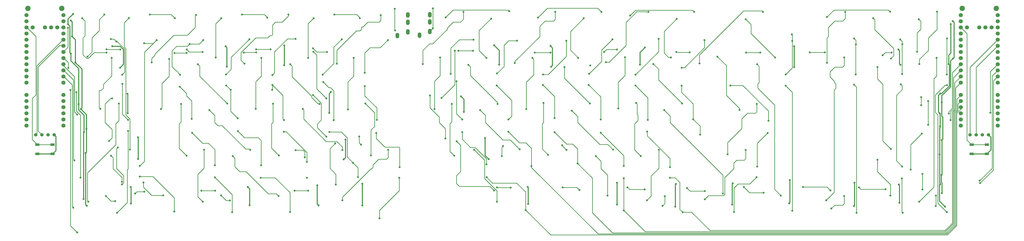
<source format=gbr>
G04 #@! TF.GenerationSoftware,KiCad,Pcbnew,(5.1.9)-1*
G04 #@! TF.CreationDate,2021-03-06T15:09:35-08:00*
G04 #@! TF.ProjectId,bakekujira,62616b65-6b75-46a6-9972-612e6b696361,0.2b*
G04 #@! TF.SameCoordinates,Original*
G04 #@! TF.FileFunction,Copper,L1,Top*
G04 #@! TF.FilePolarity,Positive*
%FSLAX46Y46*%
G04 Gerber Fmt 4.6, Leading zero omitted, Abs format (unit mm)*
G04 Created by KiCad (PCBNEW (5.1.9)-1) date 2021-03-06 15:09:35*
%MOMM*%
%LPD*%
G01*
G04 APERTURE LIST*
G04 #@! TA.AperFunction,ComponentPad*
%ADD10C,1.700000*%
G04 #@! TD*
G04 #@! TA.AperFunction,ComponentPad*
%ADD11C,2.200000*%
G04 #@! TD*
G04 #@! TA.AperFunction,ComponentPad*
%ADD12C,1.397000*%
G04 #@! TD*
G04 #@! TA.AperFunction,ComponentPad*
%ADD13O,1.500000X2.300000*%
G04 #@! TD*
G04 #@! TA.AperFunction,SMDPad,CuDef*
%ADD14R,1.700000X1.000000*%
G04 #@! TD*
G04 #@! TA.AperFunction,ViaPad*
%ADD15C,0.800000*%
G04 #@! TD*
G04 #@! TA.AperFunction,Conductor*
%ADD16C,0.381000*%
G04 #@! TD*
G04 #@! TA.AperFunction,Conductor*
%ADD17C,0.254000*%
G04 #@! TD*
G04 APERTURE END LIST*
D10*
X409179000Y-40513000D03*
X424394000Y-43053000D03*
D11*
X409789000Y-37688200D03*
X423784400Y-37688200D03*
D10*
X424394000Y-40513000D03*
X421854000Y-45593000D03*
X424394000Y-45593000D03*
X424394000Y-48133000D03*
X424394000Y-50673000D03*
X424394000Y-53213000D03*
X419314000Y-45593000D03*
X416774000Y-45593000D03*
X424394000Y-55753000D03*
X424394000Y-58293000D03*
X424394000Y-60833000D03*
X424394000Y-63373000D03*
X424394000Y-65913000D03*
X424394000Y-68453000D03*
X424394000Y-76073000D03*
X424394000Y-81153000D03*
X424394000Y-83693000D03*
X424394000Y-78613000D03*
X424394000Y-86233000D03*
X424394000Y-73533000D03*
X409179000Y-43053000D03*
X409179000Y-45593000D03*
X409179000Y-50673000D03*
X411719000Y-45593000D03*
X409179000Y-48133000D03*
X409179000Y-53213000D03*
X409179000Y-55753000D03*
X409179000Y-58293000D03*
X409179000Y-63373000D03*
X409179000Y-65913000D03*
X409179000Y-60833000D03*
X409179000Y-68453000D03*
X409179000Y-76073000D03*
X409179000Y-73533000D03*
X409179000Y-81153000D03*
X409179000Y-78613000D03*
X409179000Y-83693000D03*
X409179000Y-86233000D03*
X23759000Y-40513000D03*
X38974000Y-43053000D03*
D11*
X24369000Y-37688200D03*
X38364400Y-37688200D03*
D10*
X38974000Y-40513000D03*
X36434000Y-45593000D03*
X38974000Y-45593000D03*
X38974000Y-48133000D03*
X38974000Y-50673000D03*
X38974000Y-53213000D03*
X33894000Y-45593000D03*
X31354000Y-45593000D03*
X38974000Y-55753000D03*
X38974000Y-58293000D03*
X38974000Y-60833000D03*
X38974000Y-63373000D03*
X38974000Y-65913000D03*
X38974000Y-68453000D03*
X38974000Y-76073000D03*
X38974000Y-81153000D03*
X38974000Y-83693000D03*
X38974000Y-78613000D03*
X38974000Y-86233000D03*
X38974000Y-73533000D03*
X23759000Y-43053000D03*
X23759000Y-45593000D03*
X23759000Y-50673000D03*
X26299000Y-45593000D03*
X23759000Y-48133000D03*
X23759000Y-53213000D03*
X23759000Y-55753000D03*
X23759000Y-58293000D03*
X23759000Y-63373000D03*
X23759000Y-65913000D03*
X23759000Y-60833000D03*
X23759000Y-68453000D03*
X23759000Y-76073000D03*
X23759000Y-73533000D03*
X23759000Y-81153000D03*
X23759000Y-78613000D03*
X23759000Y-83693000D03*
X23759000Y-86233000D03*
D12*
X35215000Y-90000000D03*
X32675000Y-90000000D03*
X30135000Y-90000000D03*
X27595000Y-90000000D03*
D13*
X181102000Y-40430000D03*
X181102000Y-43430000D03*
X181102000Y-47430000D03*
X176802000Y-48930000D03*
X190173500Y-40303000D03*
X190173500Y-43303000D03*
X190173500Y-47303000D03*
X185873500Y-48803000D03*
D14*
X34555000Y-97900000D03*
X28255000Y-97900000D03*
X34555000Y-94100000D03*
X28255000Y-94100000D03*
X419927500Y-97900000D03*
X413627500Y-97900000D03*
X419927500Y-94100000D03*
X413627500Y-94100000D03*
D12*
X420587500Y-90000000D03*
X418047500Y-90000000D03*
X415507500Y-90000000D03*
X412967500Y-90000000D03*
D15*
X47342490Y-116586000D03*
X40894004Y-44196010D03*
X47498000Y-88900000D03*
X42989079Y-39957069D03*
X42037000Y-56388000D03*
X45292839Y-77321888D03*
X40865500Y-45720000D03*
X208216500Y-50673000D03*
X198818500Y-64770000D03*
X203517500Y-83693000D03*
X203517500Y-88900000D03*
X229679500Y-121158000D03*
X213515510Y-102235000D03*
X213571569Y-107547940D03*
X201168000Y-67818000D03*
X41021000Y-62357000D03*
X44704000Y-81661000D03*
X421372990Y-80899000D03*
X43526010Y-100584000D03*
X417004500Y-109029500D03*
X43053000Y-120142000D03*
X175641000Y-37846000D03*
X175810475Y-46820525D03*
X267335000Y-54737000D03*
X262001000Y-55753000D03*
X95885000Y-113157000D03*
X101600000Y-113157000D03*
X392811000Y-74422000D03*
X392874500Y-77787500D03*
X147701000Y-55753000D03*
X141986000Y-54229000D03*
X124460000Y-54610000D03*
X118491010Y-54610000D03*
X147447000Y-74930000D03*
X142113000Y-55626000D03*
X134366000Y-113157000D03*
X139954000Y-113157000D03*
X196596000Y-91567000D03*
X190246000Y-73787000D03*
X201231500Y-92710000D03*
X216655933Y-113036067D03*
X61468000Y-95250000D03*
X63119000Y-110474003D03*
X225234500Y-60325000D03*
X241871500Y-39154021D03*
X65659000Y-83820000D03*
X58547000Y-50419000D03*
X63246000Y-65151000D03*
X65659000Y-88392000D03*
X61087000Y-122301000D03*
X60833000Y-51435000D03*
X63274361Y-68903959D03*
X77470000Y-50800000D03*
X70485000Y-102870000D03*
X84709000Y-121793000D03*
X72276000Y-52095489D03*
X70485000Y-107276979D03*
X96647000Y-50800000D03*
X86995000Y-70104000D03*
X91948000Y-83439000D03*
X92075000Y-89154000D03*
X101473000Y-102616000D03*
X108585000Y-122047000D03*
X87122000Y-65151000D03*
X91059000Y-52422490D03*
X101473000Y-107657979D03*
X106172000Y-69596000D03*
X110871000Y-83185000D03*
X110998000Y-88519000D03*
X120523000Y-102616000D03*
X132461000Y-121920000D03*
X106045000Y-65024000D03*
X115697000Y-50453990D03*
X120396000Y-107784979D03*
X108013500Y-71408990D03*
X125222000Y-69342000D03*
X130048000Y-83947000D03*
X129921000Y-88773000D03*
X125222000Y-65278000D03*
X134747000Y-50291992D03*
X139446000Y-101219000D03*
X125095000Y-71374000D03*
X139446000Y-107784979D03*
X153797000Y-50482500D03*
X145923000Y-65151000D03*
X148774430Y-88830421D03*
X150495000Y-83947000D03*
X146177000Y-68199000D03*
X158496000Y-101600000D03*
X160528000Y-107568996D03*
X44323000Y-72390000D03*
X46037500Y-107759500D03*
X172847000Y-50800000D03*
X163322000Y-64389000D03*
X163322000Y-69850000D03*
X168275000Y-83820000D03*
X168021000Y-89281000D03*
X177673000Y-103378000D03*
X177546000Y-107823000D03*
X169418000Y-124587000D03*
X44704000Y-130429000D03*
X41910000Y-71501000D03*
X217868500Y-64643000D03*
X226123500Y-51054000D03*
X217741500Y-69596000D03*
X222567500Y-83693000D03*
X222567500Y-88773000D03*
X232092500Y-102997000D03*
X246443500Y-51054000D03*
X241617500Y-83058000D03*
X241617500Y-88900000D03*
X251142500Y-101854000D03*
X236791500Y-69342006D03*
X236918500Y-65024000D03*
X260667500Y-83693000D03*
X260667500Y-89154000D03*
X270192500Y-102870000D03*
X270192500Y-107950000D03*
X270192500Y-121285000D03*
X265468100Y-50469800D03*
X255714500Y-69342000D03*
X255841500Y-64770000D03*
X294449500Y-122047000D03*
X289242500Y-107823000D03*
X284543500Y-50292000D03*
X275018500Y-65151000D03*
X275018500Y-69596000D03*
X279844500Y-88646000D03*
X280098500Y-83820000D03*
X289242500Y-103378000D03*
X294068500Y-69723000D03*
X298767500Y-83566000D03*
X294068500Y-62230000D03*
X303466500Y-50800000D03*
X301625000Y-89916000D03*
X404956946Y-83947000D03*
X339661500Y-121412000D03*
X336994500Y-69723000D03*
X336994500Y-65024000D03*
X339680499Y-51136499D03*
X339534500Y-48450500D03*
X315658500Y-121920000D03*
X324929500Y-107569000D03*
X325183500Y-103124000D03*
X314134500Y-69596000D03*
X329882500Y-84201000D03*
X329501500Y-89281000D03*
X404304500Y-81216500D03*
X191452500Y-37719000D03*
X191452500Y-45875000D03*
X207899000Y-55245000D03*
X201929996Y-55245000D03*
X297307000Y-55880000D03*
X291846000Y-55753000D03*
X223520000Y-111887000D03*
X217805000Y-111760000D03*
X251904500Y-112903000D03*
X244919500Y-111760000D03*
X278828500Y-112649000D03*
X271716500Y-111760000D03*
X187261500Y-60706000D03*
X204025500Y-39144510D03*
X262826500Y-59944000D03*
X280352500Y-39154021D03*
X301434500Y-60452000D03*
X327596500Y-39100032D03*
X376936000Y-57121500D03*
X380619000Y-56007000D03*
X391160000Y-55626000D03*
X391795000Y-42164000D03*
X93726000Y-40386000D03*
X75438000Y-60071000D03*
X131826000Y-40259000D03*
X113665000Y-60579000D03*
X142240000Y-41783000D03*
X139954000Y-58166000D03*
X320611500Y-56007000D03*
X326453500Y-56007000D03*
X194945000Y-74803000D03*
X200440999Y-55210007D03*
X417147056Y-110019299D03*
X196659500Y-41402000D03*
X222948500Y-38890510D03*
X54229000Y-79248000D03*
X58928000Y-58166000D03*
X325056500Y-77244500D03*
X312991500Y-98044000D03*
X163576000Y-77089000D03*
X165862000Y-98615502D03*
X149352000Y-72263000D03*
X148669501Y-80946499D03*
X154590490Y-100171510D03*
X69797501Y-100001499D03*
X69723000Y-91059000D03*
X48641000Y-119380000D03*
X162284490Y-119221510D03*
X162306000Y-110236000D03*
X115824004Y-119126000D03*
X42037000Y-42672000D03*
X46228000Y-79375000D03*
X62357000Y-62230000D03*
X59182000Y-53339988D03*
X106426000Y-61849000D03*
X105918000Y-53340000D03*
X66854490Y-118438510D03*
X66802000Y-111633000D03*
X115062000Y-111633000D03*
X144272000Y-119253000D03*
X143764000Y-110963000D03*
X65532000Y-81026000D03*
X65452522Y-73025000D03*
X48133004Y-97536000D03*
X130079490Y-52990490D03*
X130048000Y-61214000D03*
X42545000Y-49276000D03*
X43953778Y-60107827D03*
X155355990Y-91948000D03*
X48533003Y-87610997D03*
X354012500Y-60198000D03*
X361505500Y-39116000D03*
X258635500Y-98806000D03*
X263461500Y-115189000D03*
X151384000Y-110617000D03*
X151130000Y-93564010D03*
X169890249Y-40478685D03*
X151765000Y-60579000D03*
X218122500Y-77216000D03*
X206057500Y-61087000D03*
X245706900Y-62001400D03*
X256222500Y-77089000D03*
X79248000Y-79375000D03*
X82612782Y-58648521D03*
X199199500Y-77216000D03*
X200215500Y-98679000D03*
X284600933Y-96208567D03*
X279717500Y-117094000D03*
X380174500Y-115189000D03*
X374840500Y-100330000D03*
X365188500Y-50165000D03*
X365823500Y-65024000D03*
X365188500Y-69250000D03*
X366204500Y-122301000D03*
X365950500Y-52578000D03*
X384238500Y-50546000D03*
X385000500Y-64897000D03*
X384492500Y-69123000D03*
X385000500Y-103124000D03*
X384873500Y-108077000D03*
X385254500Y-122301000D03*
X385063086Y-52549490D03*
X403542500Y-50165000D03*
X403387000Y-65024000D03*
X403542500Y-69469000D03*
X403450490Y-122047000D03*
X141971019Y-73577357D03*
X161798000Y-94107000D03*
X161036000Y-90741500D03*
X147460269Y-90791731D03*
X327774468Y-113995032D03*
X319722500Y-111633000D03*
X234759500Y-41529000D03*
X260921500Y-39100032D03*
X272796000Y-40640000D03*
X299212000Y-39116000D03*
X332549500Y-58039000D03*
X320412029Y-42192510D03*
X194373500Y-58039000D03*
X192087500Y-79375000D03*
X232473500Y-58194500D03*
X229933500Y-79375000D03*
X270700500Y-57912000D03*
X267906500Y-79121000D03*
X66040000Y-41656000D03*
X66445261Y-96139000D03*
X104140000Y-41783000D03*
X101854000Y-58039000D03*
X134747000Y-96393000D03*
X138557000Y-99314000D03*
X287083500Y-115443000D03*
X286194500Y-119431000D03*
X80137000Y-115062000D03*
X58674000Y-98679000D03*
X72009000Y-109728000D03*
X63119000Y-109474000D03*
X56515000Y-115316000D03*
X60325000Y-117475000D03*
X97027282Y-96167500D03*
X96520000Y-117728996D03*
X107696000Y-117221000D03*
X103999032Y-115075968D03*
X55880000Y-40259000D03*
X48895000Y-57658000D03*
X127762000Y-115316000D03*
X108839000Y-98806000D03*
X172986532Y-96167500D03*
X154051000Y-117094000D03*
X405955500Y-58420000D03*
X401256500Y-106630823D03*
X401383494Y-114173000D03*
X401291490Y-92202000D03*
X401291499Y-76552499D03*
X405834989Y-42926000D03*
X404177500Y-60706000D03*
X230695500Y-118618000D03*
X383857500Y-118110000D03*
X383603500Y-110617000D03*
X365315500Y-109855000D03*
X365061500Y-119507000D03*
X338645500Y-108712000D03*
X338391500Y-118364000D03*
X315150500Y-110109000D03*
X291401500Y-119761000D03*
X267398508Y-118872000D03*
X214439500Y-100076000D03*
X384273500Y-61087000D03*
X340423500Y-61976000D03*
X340423497Y-53340003D03*
X256349500Y-61341000D03*
X218757500Y-60960000D03*
X314896500Y-118872000D03*
X291655500Y-110362996D03*
X267398500Y-109855000D03*
X400592990Y-86487000D03*
X400592990Y-110490000D03*
X230530676Y-111595176D03*
X400685000Y-72898000D03*
X216662006Y-52959000D03*
X278892000Y-53848000D03*
X276860000Y-60960000D03*
X240157000Y-61849000D03*
X239903000Y-53213000D03*
X400685000Y-72898000D03*
X400494500Y-81118010D03*
X400465998Y-98142498D03*
X402653500Y-119761000D03*
X405003000Y-44259500D03*
X383413000Y-54737000D03*
X203009500Y-74104500D03*
X204216000Y-80518000D03*
X212915500Y-91376500D03*
X89789000Y-56134000D03*
X84836000Y-56134000D03*
X62484000Y-54737000D03*
X56769000Y-54610000D03*
X118491000Y-55880000D03*
X113411000Y-56007000D03*
X96393000Y-55753000D03*
X89916000Y-54737000D03*
X355409500Y-113030000D03*
X344106500Y-111633000D03*
X378142500Y-112522000D03*
X367220500Y-111760000D03*
X393319000Y-112649000D03*
X393319000Y-106172000D03*
X388556500Y-104394002D03*
X393128500Y-89535000D03*
X346900500Y-55880000D03*
X353123500Y-55880000D03*
X56769000Y-56007000D03*
X46736000Y-41783000D03*
X303593500Y-113284000D03*
X296227500Y-112014000D03*
X395732000Y-76073000D03*
X395732000Y-85836030D03*
X59055000Y-74930000D03*
X57785000Y-92583000D03*
X68580000Y-114300000D03*
X72390000Y-113538000D03*
X213550500Y-58166000D03*
X215455500Y-41910000D03*
X251396500Y-58166000D03*
X253682500Y-41783000D03*
X292036500Y-42037000D03*
X289623500Y-58038998D03*
X354012506Y-41275000D03*
X380055327Y-39084032D03*
X373062500Y-41783000D03*
X380366624Y-58409327D03*
X392112500Y-60706000D03*
X399351500Y-39081010D03*
X74676000Y-40259000D03*
X84963000Y-41783000D03*
X112649000Y-40259000D03*
X123063000Y-41529000D03*
X161290000Y-41783000D03*
X150749000Y-40259000D03*
X282384500Y-60706000D03*
X294195500Y-77088999D03*
X308800500Y-57658000D03*
X317944500Y-79657521D03*
X325183500Y-60833000D03*
X334962500Y-115189000D03*
X361124500Y-58039000D03*
X353631500Y-117094000D03*
X380301500Y-95885000D03*
X374840500Y-61976000D03*
X399224500Y-58166000D03*
X391985500Y-117729000D03*
X106553000Y-77089000D03*
X94488000Y-60833000D03*
X120650000Y-58194500D03*
X118364000Y-79248000D03*
X132588000Y-60833000D03*
X144653000Y-77216000D03*
X158750000Y-58194500D03*
X156337000Y-79502000D03*
X210883500Y-79756000D03*
X227266500Y-96012000D03*
X237045500Y-76835000D03*
X238950500Y-98298000D03*
X248729500Y-80010000D03*
X265711309Y-96138999D03*
X275272500Y-76835000D03*
X277177500Y-98806000D03*
X286829500Y-79756000D03*
X311086500Y-114300000D03*
X49276000Y-117729000D03*
X61849000Y-77089000D03*
X87503000Y-77216000D03*
X89789000Y-98679000D03*
X99187000Y-79756000D03*
X116078000Y-96266000D03*
X125476000Y-77117500D03*
X127889000Y-98551994D03*
X137715692Y-79284986D03*
X154048795Y-96274322D03*
X208432225Y-96167500D03*
X217868500Y-117729000D03*
X219837000Y-98869500D03*
X246507000Y-96329500D03*
X244729000Y-94361000D03*
X220345000Y-94678500D03*
X320484500Y-96294500D03*
X303593500Y-116713000D03*
X361124500Y-115316000D03*
X355790500Y-120523000D03*
X398970500Y-115189000D03*
X398843500Y-119507000D03*
X239903000Y-56007000D03*
X233426000Y-56007000D03*
D16*
X47342490Y-116586000D02*
X47342490Y-89055510D01*
X47342490Y-89055510D02*
X47498000Y-88900000D01*
X40894004Y-44196010D02*
X40894004Y-42052144D01*
X40894004Y-42052144D02*
X42989079Y-39957069D01*
X41656000Y-44958006D02*
X41656000Y-56007000D01*
X40894004Y-44196010D02*
X41656000Y-44958006D01*
X41656000Y-56007000D02*
X42037000Y-56388000D01*
X42037000Y-59366683D02*
X45292839Y-62622522D01*
X42037000Y-56388000D02*
X42037000Y-59366683D01*
X45292839Y-79709839D02*
X45292839Y-77321888D01*
X47498000Y-81915000D02*
X45292839Y-79709839D01*
X47498000Y-88900000D02*
X47498000Y-81915000D01*
X45292839Y-62622522D02*
X45292839Y-77321888D01*
X35913499Y-96541501D02*
X34555000Y-97900000D01*
X34555000Y-97900000D02*
X28255000Y-97900000D01*
X35913499Y-90698499D02*
X35215000Y-90000000D01*
X35913499Y-96541501D02*
X35913499Y-90698499D01*
D17*
X40865500Y-53752500D02*
X40865500Y-45720000D01*
X39025000Y-55593000D02*
X40865500Y-53752500D01*
X229679500Y-121158000D02*
X229679500Y-113665000D01*
X229679500Y-113665000D02*
X225996500Y-109982000D01*
X225996500Y-109982000D02*
X216005629Y-109982000D01*
X216005629Y-109982000D02*
X213571569Y-107547940D01*
X213515510Y-99914010D02*
X213515510Y-102235000D01*
X208851500Y-95250000D02*
X213515510Y-99914010D01*
X206946500Y-95250000D02*
X208851500Y-95250000D01*
X203517500Y-91821000D02*
X206946500Y-95250000D01*
X203517500Y-88900000D02*
X203517500Y-91821000D01*
X203517500Y-83693000D02*
X201168000Y-81343500D01*
X201168000Y-81343500D02*
X201168000Y-67818000D01*
X198818500Y-54165500D02*
X198818500Y-64770000D01*
X202311000Y-50673000D02*
X198818500Y-54165500D01*
X208216500Y-50673000D02*
X202311000Y-50673000D01*
X239985521Y-131464021D02*
X229679500Y-121158000D01*
X403544682Y-131464022D02*
X239985521Y-131464021D01*
X407500000Y-127508704D02*
X403544682Y-131464022D01*
X407500000Y-81090038D02*
X407500000Y-127508704D01*
X409179000Y-79411038D02*
X407500000Y-81090038D01*
X409179000Y-78613000D02*
X409179000Y-79411038D01*
X39025000Y-58133000D02*
X41021000Y-60129000D01*
X41021000Y-60129000D02*
X41021000Y-62357000D01*
X43595995Y-80552995D02*
X44704000Y-81661000D01*
X39025000Y-60673000D02*
X39025000Y-61436962D01*
X39025000Y-61436962D02*
X43595995Y-66007957D01*
X43595995Y-66007957D02*
X43595995Y-80552995D01*
X424394000Y-60833000D02*
X421372990Y-63854010D01*
X421372990Y-63854010D02*
X421372990Y-80899000D01*
X43126011Y-100184001D02*
X43526010Y-100584000D01*
X43126011Y-67314011D02*
X43126011Y-100184001D01*
X39025000Y-63213000D02*
X43126011Y-67314011D01*
X422100000Y-103934000D02*
X417004500Y-109029500D01*
X422100000Y-65667000D02*
X422100000Y-103934000D01*
X424394000Y-63373000D02*
X422100000Y-65667000D01*
X39025000Y-65753000D02*
X39025000Y-66479451D01*
X42653001Y-69381001D02*
X39025000Y-65753000D01*
X43053000Y-120142000D02*
X42653001Y-119742001D01*
X42653001Y-119742001D02*
X42653001Y-69381001D01*
X175641000Y-46651050D02*
X175810475Y-46820525D01*
X175641000Y-37846000D02*
X175641000Y-46651050D01*
X263017000Y-54737000D02*
X262001000Y-55753000D01*
X267335000Y-54737000D02*
X263017000Y-54737000D01*
X95885000Y-113157000D02*
X101600000Y-113157000D01*
X392811000Y-74422000D02*
X392811000Y-77724000D01*
X392811000Y-77724000D02*
X392874500Y-77787500D01*
X143510000Y-55753000D02*
X141986000Y-54229000D01*
X147701000Y-55753000D02*
X143510000Y-55753000D01*
X124460000Y-54610000D02*
X118491010Y-54610000D01*
X143517001Y-57030001D02*
X142113000Y-55626000D01*
X147447000Y-74930000D02*
X143517001Y-71000001D01*
X143517001Y-71000001D02*
X143517001Y-57030001D01*
X134366000Y-113157000D02*
X139954000Y-113157000D01*
X194060249Y-82679039D02*
X190246000Y-78864790D01*
X194060249Y-84960961D02*
X194060249Y-82679039D01*
X190246000Y-78864790D02*
X190246000Y-73787000D01*
X196596000Y-87496712D02*
X194060249Y-84960961D01*
X196596000Y-91567000D02*
X196596000Y-87496712D01*
X214963965Y-111344099D02*
X216655933Y-113036067D01*
X202345901Y-111344099D02*
X214963965Y-111344099D01*
X202342750Y-111347250D02*
X202345901Y-111344099D01*
X201168000Y-110172500D02*
X202342750Y-111347250D01*
X201168000Y-106934000D02*
X201168000Y-110172500D01*
X202882500Y-105219500D02*
X201168000Y-106934000D01*
X202882500Y-94361000D02*
X202882500Y-105219500D01*
X201231500Y-92710000D02*
X202882500Y-94361000D01*
X63846001Y-109822961D02*
X63194959Y-110474003D01*
X63846001Y-106892713D02*
X63846001Y-109822961D01*
X60964249Y-104010961D02*
X63846001Y-106892713D01*
X63194959Y-110474003D02*
X63119000Y-110474003D01*
X60964249Y-95753751D02*
X60964249Y-104010961D01*
X61468000Y-95250000D02*
X60964249Y-95753751D01*
X235496751Y-45138249D02*
X237676990Y-42958010D01*
X225234500Y-60325000D02*
X225234500Y-59621288D01*
X237676990Y-42958010D02*
X241164804Y-42958010D01*
X225234500Y-59621288D02*
X235496751Y-49359037D01*
X241164804Y-42958010D02*
X241871500Y-42251314D01*
X235496751Y-49359037D02*
X235496751Y-45138249D01*
X241871500Y-42251314D02*
X241871500Y-39154021D01*
X26162000Y-88074500D02*
X26225500Y-88138000D01*
X27651002Y-73504498D02*
X26162000Y-74993500D01*
X27651002Y-49299002D02*
X27651002Y-73504498D01*
X26162000Y-74993500D02*
X26162000Y-88074500D01*
X23785000Y-45433000D02*
X27651002Y-49299002D01*
X26162000Y-92007000D02*
X28255000Y-94100000D01*
X26162000Y-88074500D02*
X26162000Y-92007000D01*
X28255000Y-94100000D02*
X34555000Y-94100000D01*
X419927500Y-94100000D02*
X413627500Y-94100000D01*
X419481000Y-93653500D02*
X419927500Y-94100000D01*
X411734000Y-92206500D02*
X413627500Y-94100000D01*
X411734000Y-48148000D02*
X411734000Y-92206500D01*
X409179000Y-45593000D02*
X411734000Y-48148000D01*
X59817000Y-50419000D02*
X60833000Y-51435000D01*
X58547000Y-50419000D02*
X59817000Y-50419000D01*
X61183871Y-51435000D02*
X60833000Y-51435000D01*
X64271511Y-54522640D02*
X61183871Y-51435000D01*
X63246000Y-65151000D02*
X64271511Y-64125489D01*
X64271511Y-64125489D02*
X64271511Y-54522640D01*
X63274361Y-81435361D02*
X63274361Y-68903959D01*
X65659000Y-83820000D02*
X63274361Y-81435361D01*
X65659000Y-88392000D02*
X65718251Y-88451251D01*
X65370002Y-118017998D02*
X61087000Y-122301000D01*
X65324249Y-108952285D02*
X65370002Y-108998038D01*
X65718251Y-88451251D02*
X65718251Y-104139037D01*
X65370002Y-108998038D02*
X65370002Y-118017998D01*
X65324249Y-104533039D02*
X65324249Y-108952285D01*
X65718251Y-104139037D02*
X65324249Y-104533039D01*
X70485000Y-102870000D02*
X72424999Y-100930001D01*
X72424999Y-100930001D02*
X72424999Y-55845001D01*
X72377511Y-52197000D02*
X72276000Y-52095489D01*
X76073000Y-52197000D02*
X72377511Y-52197000D01*
X72424999Y-55845001D02*
X76073000Y-52197000D01*
X76073000Y-52197000D02*
X77470000Y-50800000D01*
X84709000Y-116078000D02*
X75907979Y-107276979D01*
X75907979Y-107276979D02*
X70485000Y-107276979D01*
X84709000Y-121793000D02*
X84709000Y-116078000D01*
X92075000Y-89154000D02*
X96393000Y-93472000D01*
X96393000Y-93472000D02*
X98806000Y-93472000D01*
X101473000Y-96139000D02*
X101473000Y-102616000D01*
X98806000Y-93472000D02*
X101473000Y-96139000D01*
X89823999Y-73945461D02*
X91948000Y-76069462D01*
X89823999Y-72932999D02*
X89823999Y-73945461D01*
X91948000Y-76069462D02*
X91948000Y-83439000D01*
X86995000Y-70104000D02*
X88392000Y-71501000D01*
X88392000Y-71501000D02*
X89823999Y-72932999D01*
X95024510Y-52422490D02*
X91059000Y-52422490D01*
X96647000Y-50800000D02*
X95024510Y-52422490D01*
X108585000Y-122047000D02*
X108585000Y-114769979D01*
X108585000Y-114769979D02*
X101473000Y-107657979D01*
X85725000Y-53340000D02*
X90141490Y-53340000D01*
X83820000Y-55245000D02*
X85725000Y-53340000D01*
X83820000Y-61849000D02*
X83820000Y-55245000D01*
X85463999Y-63492999D02*
X83820000Y-61849000D01*
X85702961Y-63492999D02*
X85463999Y-63492999D01*
X90141490Y-53340000D02*
X91059000Y-52422490D01*
X86367001Y-64157039D02*
X85702961Y-63492999D01*
X86367001Y-64396001D02*
X86367001Y-64157039D01*
X87122000Y-65151000D02*
X86367001Y-64396001D01*
X110998000Y-88519000D02*
X113665000Y-91186000D01*
X113665000Y-91186000D02*
X119380000Y-91186000D01*
X120523000Y-92329000D02*
X120523000Y-102616000D01*
X119380000Y-91186000D02*
X120523000Y-92329000D01*
X132461000Y-121920000D02*
X132461000Y-113919000D01*
X132461000Y-113919000D02*
X126326979Y-107784979D01*
X126326979Y-107784979D02*
X120396000Y-107784979D01*
X108204000Y-57946990D02*
X115697000Y-50453990D01*
X108204000Y-62865000D02*
X108204000Y-57946990D01*
X106045000Y-65024000D02*
X108204000Y-62865000D01*
X106172000Y-69596000D02*
X107984990Y-71408990D01*
X110871000Y-83185000D02*
X108013500Y-80327500D01*
X107984990Y-71408990D02*
X108013500Y-71408990D01*
X108013500Y-80327500D02*
X108013500Y-71408990D01*
X129540000Y-83439000D02*
X130048000Y-83947000D01*
X129540000Y-73660000D02*
X129540000Y-83439000D01*
X125222000Y-69342000D02*
X129540000Y-73660000D01*
X129921000Y-88773000D02*
X130944068Y-88773000D01*
X139446000Y-97274932D02*
X139446000Y-101219000D01*
X133353534Y-91182466D02*
X139446000Y-97274932D01*
X130944068Y-88773000D02*
X133353534Y-91182466D01*
X125222000Y-69342000D02*
X125222000Y-71247000D01*
X125222000Y-71247000D02*
X125095000Y-71374000D01*
X131445008Y-50291992D02*
X134747000Y-50291992D01*
X126047500Y-55689500D02*
X131445008Y-50291992D01*
X126047500Y-64452500D02*
X126047500Y-55689500D01*
X125222000Y-65278000D02*
X126047500Y-64452500D01*
X150558500Y-60515500D02*
X145923000Y-65151000D01*
X153797000Y-50482500D02*
X150558500Y-53721000D01*
X150558500Y-53721000D02*
X150558500Y-60515500D01*
X150495000Y-83947000D02*
X150495000Y-71824315D01*
X150495000Y-71824315D02*
X149155685Y-70485000D01*
X149155685Y-70485000D02*
X148209000Y-70485000D01*
X148209000Y-70231000D02*
X148209000Y-70485000D01*
X146177000Y-68199000D02*
X148209000Y-70231000D01*
X158496000Y-101600000D02*
X160528000Y-103632000D01*
X160528000Y-103632000D02*
X160528000Y-107568996D01*
X156083000Y-91253038D02*
X156083000Y-99187000D01*
X156083000Y-99187000D02*
X158496000Y-101600000D01*
X153660383Y-88830421D02*
X156083000Y-91253038D01*
X148774430Y-88830421D02*
X153660383Y-88830421D01*
X46037500Y-81918538D02*
X46037500Y-107759500D01*
X44323000Y-80204038D02*
X46037500Y-81918538D01*
X44323000Y-72390000D02*
X44323000Y-80204038D01*
X163322000Y-56134000D02*
X163322000Y-64389000D01*
X165481000Y-53975000D02*
X163322000Y-56134000D01*
X169672000Y-53975000D02*
X165481000Y-53975000D01*
X172847000Y-50800000D02*
X169672000Y-53975000D01*
X168275000Y-78867000D02*
X168275000Y-83820000D01*
X163322000Y-73914000D02*
X168275000Y-78867000D01*
X163322000Y-69850000D02*
X163322000Y-73914000D01*
X177419000Y-95123000D02*
X177673000Y-95377000D01*
X177673000Y-95377000D02*
X177673000Y-103378000D01*
X171577000Y-95123000D02*
X177419000Y-95123000D01*
X168021000Y-91567000D02*
X171577000Y-95123000D01*
X168021000Y-89281000D02*
X168021000Y-91567000D01*
X44704000Y-130429000D02*
X41925991Y-127650991D01*
X41925991Y-127650991D02*
X41925991Y-71501000D01*
X41925991Y-71501000D02*
X41910000Y-71501000D01*
X169418000Y-121285000D02*
X169418000Y-124587000D01*
X177546000Y-113157000D02*
X169418000Y-121285000D01*
X177546000Y-107823000D02*
X177546000Y-113157000D01*
X222567500Y-88773000D02*
X227139500Y-93345000D01*
X227139500Y-93345000D02*
X229806500Y-93345000D01*
X229806500Y-93345000D02*
X232092500Y-95631000D01*
X232092500Y-95631000D02*
X232092500Y-102997000D01*
X223964500Y-82296000D02*
X222567500Y-83693000D01*
X223964500Y-75819000D02*
X223964500Y-82296000D01*
X217741500Y-69596000D02*
X223964500Y-75819000D01*
X222634536Y-51054000D02*
X226123500Y-51054000D01*
X220789500Y-52899036D02*
X222634536Y-51054000D01*
X220789500Y-61722000D02*
X220789500Y-52899036D01*
X217868500Y-64643000D02*
X220789500Y-61722000D01*
X409179000Y-76073000D02*
X407986284Y-77265716D01*
X407986284Y-77265716D02*
X407986282Y-79961688D01*
X259539826Y-131010011D02*
X232092500Y-103562685D01*
X232092500Y-103562685D02*
X232092500Y-102997000D01*
X407986282Y-79961688D02*
X407045989Y-80901981D01*
X407045989Y-80901981D02*
X407045989Y-127320647D01*
X407045989Y-127320647D02*
X403356625Y-131010011D01*
X403356625Y-131010011D02*
X259539826Y-131010011D01*
X241617500Y-88900000D02*
X246570500Y-93853000D01*
X246570500Y-93853000D02*
X249110500Y-93853000D01*
X251142500Y-95885000D02*
X251142500Y-101854000D01*
X249110500Y-93853000D02*
X251142500Y-95885000D01*
X241617500Y-83058000D02*
X241617500Y-74168006D01*
X240696747Y-73247253D02*
X236791500Y-69342006D01*
X241617500Y-74168006D02*
X240696747Y-73247253D01*
X239014000Y-65024000D02*
X236918500Y-65024000D01*
X246443500Y-57594500D02*
X239014000Y-65024000D01*
X246443500Y-51054000D02*
X246443500Y-57594500D01*
X406591978Y-80713924D02*
X406591978Y-127132590D01*
X265493500Y-130556000D02*
X257199231Y-122261731D01*
X257199231Y-122261731D02*
X257199231Y-107910731D01*
X257199231Y-107910731D02*
X251142500Y-101854000D01*
X403168568Y-130556000D02*
X265493500Y-130556000D01*
X407532272Y-75179728D02*
X407532272Y-79773630D01*
X409179000Y-73533000D02*
X407532272Y-75179728D01*
X407532272Y-79773630D02*
X406591978Y-80713924D01*
X406591978Y-127132590D02*
X403168568Y-130556000D01*
X270192500Y-107950000D02*
X270192500Y-121285000D01*
X260667500Y-83693000D02*
X260667500Y-74295000D01*
X260667500Y-74295000D02*
X255714500Y-69342000D01*
X260667500Y-89154000D02*
X264604500Y-93091000D01*
X264604500Y-93091000D02*
X264604510Y-93091000D01*
X270192500Y-102870000D02*
X270192500Y-98678990D01*
X270192500Y-98678990D02*
X264604510Y-93091000D01*
X260985000Y-59626500D02*
X255841500Y-64770000D01*
X260985000Y-54952900D02*
X260985000Y-59626500D01*
X265468100Y-50469800D02*
X260985000Y-54952900D01*
X278965011Y-130057511D02*
X270192500Y-121285000D01*
X409179000Y-68453000D02*
X407078262Y-70553738D01*
X407078261Y-79585573D02*
X406137967Y-80525867D01*
X407078262Y-70553738D02*
X407078261Y-79585573D01*
X402841557Y-130057511D02*
X278965011Y-130057511D01*
X406137967Y-80525867D02*
X406137967Y-126761101D01*
X406137967Y-126761101D02*
X402841557Y-130057511D01*
X284543500Y-50292000D02*
X284543500Y-55626000D01*
X284543500Y-55626000D02*
X275018500Y-65151000D01*
X279844500Y-90424000D02*
X279844500Y-88646000D01*
X280098500Y-74676000D02*
X280098500Y-83820000D01*
X275018500Y-69596000D02*
X280098500Y-74676000D01*
X291401500Y-107823000D02*
X289242500Y-107823000D01*
X293306500Y-109728000D02*
X291401500Y-107823000D01*
X293306500Y-120904000D02*
X293306500Y-109728000D01*
X294449500Y-122047000D02*
X293306500Y-120904000D01*
X289242500Y-99822000D02*
X289242500Y-103378000D01*
X281432000Y-92011500D02*
X289242500Y-99822000D01*
X281432000Y-92011500D02*
X280924000Y-91503500D01*
X280924000Y-91503500D02*
X279844500Y-90424000D01*
X405683956Y-126573044D02*
X402653500Y-129603500D01*
X305689000Y-129603500D02*
X298132500Y-122047000D01*
X298132500Y-122047000D02*
X294449500Y-122047000D01*
X402653500Y-129603500D02*
X305689000Y-129603500D01*
X405683956Y-80337810D02*
X405683956Y-126573044D01*
X406600010Y-79421756D02*
X405683956Y-80337810D01*
X409179000Y-65913000D02*
X406600011Y-68491989D01*
X406600011Y-68491989D02*
X406600010Y-79421756D01*
X294068500Y-69723000D02*
X294068500Y-72517000D01*
X298767500Y-77216000D02*
X298767500Y-83566000D01*
X294068500Y-62230000D02*
X295211500Y-62230000D01*
X295211500Y-62230000D02*
X303466500Y-53975000D01*
X303466500Y-53975000D02*
X303466500Y-50800000D01*
X294068500Y-72517000D02*
X295783000Y-74231500D01*
X295783000Y-74231500D02*
X298767500Y-77216000D01*
X301625000Y-86423500D02*
X298767500Y-83566000D01*
X301625000Y-89916000D02*
X301625000Y-86423500D01*
X409179000Y-63373000D02*
X406146001Y-66405999D01*
X406146000Y-79233702D02*
X405056946Y-80322756D01*
X405056946Y-83847000D02*
X404956946Y-83947000D01*
X405056946Y-80322756D02*
X405056946Y-83847000D01*
X406146001Y-66405999D02*
X406146000Y-79233702D01*
X336994500Y-69723000D02*
X339661500Y-72390000D01*
X339661500Y-72390000D02*
X339661500Y-79022510D01*
X339661500Y-79438500D02*
X339661500Y-79022510D01*
X339661500Y-121412000D02*
X339661500Y-79438500D01*
X336994500Y-65024000D02*
X339680499Y-62338001D01*
X339680499Y-62338001D02*
X339680499Y-51136499D01*
X339680499Y-51136499D02*
X339680499Y-48596499D01*
X339680499Y-48596499D02*
X339534500Y-48450500D01*
X315658500Y-121920000D02*
X315658500Y-112014000D01*
X322135500Y-110363000D02*
X324929500Y-107569000D01*
X315658500Y-112014000D02*
X317309500Y-110363000D01*
X317309500Y-110363000D02*
X322135500Y-110363000D01*
X325183500Y-103124000D02*
X325183500Y-93599000D01*
X325183500Y-93599000D02*
X329501500Y-89281000D01*
X329882500Y-80200500D02*
X329819000Y-80137000D01*
X319278000Y-69596000D02*
X329819000Y-80137000D01*
X314134500Y-69596000D02*
X319278000Y-69596000D01*
X329882500Y-84201000D02*
X329882500Y-80200500D01*
X409179000Y-60833000D02*
X405691990Y-64320010D01*
X405691990Y-64320010D02*
X405691990Y-79009325D01*
X405691990Y-79009325D02*
X404304500Y-80396815D01*
X404304500Y-80396815D02*
X404304500Y-81216500D01*
X191452500Y-38284685D02*
X191452500Y-37719000D01*
X191452500Y-45875000D02*
X191452500Y-38284685D01*
X190173500Y-47154000D02*
X191452500Y-45875000D01*
X207899000Y-55245000D02*
X201929996Y-55245000D01*
X293471318Y-55969182D02*
X293560500Y-55880000D01*
X291973000Y-55880000D02*
X291846000Y-55753000D01*
X297307000Y-55880000D02*
X291973000Y-55880000D01*
X217932000Y-111887000D02*
X217805000Y-111760000D01*
X223520000Y-111887000D02*
X217932000Y-111887000D01*
X250761500Y-111760000D02*
X244919500Y-111760000D01*
X251904500Y-112903000D02*
X250761500Y-111760000D01*
X272605500Y-112649000D02*
X271716500Y-111760000D01*
X278828500Y-112649000D02*
X272605500Y-112649000D01*
X204025500Y-42124314D02*
X204025500Y-39144510D01*
X202806815Y-43342999D02*
X204025500Y-42124314D01*
X199798501Y-43342999D02*
X202806815Y-43342999D01*
X197396751Y-45744749D02*
X199798501Y-43342999D01*
X197396751Y-46332961D02*
X197396751Y-45744749D01*
X191342212Y-52387500D02*
X197396751Y-46332961D01*
X189992000Y-52387500D02*
X191342212Y-52387500D01*
X187261500Y-55118000D02*
X189992000Y-52387500D01*
X187261500Y-60706000D02*
X187261500Y-55118000D01*
X279391804Y-39083990D02*
X279423814Y-39116000D01*
X271042749Y-43512437D02*
X275471196Y-39083990D01*
X280314479Y-39116000D02*
X280352500Y-39154021D01*
X271042749Y-53061251D02*
X271042749Y-43512437D01*
X265970010Y-58133990D02*
X271042749Y-53061251D01*
X265819196Y-58133990D02*
X265970010Y-58133990D01*
X265592490Y-58360696D02*
X265819196Y-58133990D01*
X275471196Y-39083990D02*
X279391804Y-39083990D01*
X265592490Y-58511510D02*
X265592490Y-58360696D01*
X279423814Y-39116000D02*
X280314479Y-39116000D01*
X264160000Y-59944000D02*
X265592490Y-58511510D01*
X262826500Y-59944000D02*
X264160000Y-59944000D01*
X327196501Y-38700033D02*
X327596500Y-39100032D01*
X319630467Y-38700033D02*
X327196501Y-38700033D01*
X301434500Y-56896000D02*
X319630467Y-38700033D01*
X301434500Y-60452000D02*
X301434500Y-56896000D01*
X378050500Y-56007000D02*
X380619000Y-56007000D01*
X376936000Y-57121500D02*
X378050500Y-56007000D01*
X392691001Y-46332961D02*
X392691001Y-43060001D01*
X391160000Y-47863962D02*
X392691001Y-46332961D01*
X392691001Y-43060001D02*
X391795000Y-42164000D01*
X391160000Y-55626000D02*
X391160000Y-47863962D01*
X90133038Y-48768000D02*
X93326001Y-45575037D01*
X84582000Y-48768000D02*
X90133038Y-48768000D01*
X93326001Y-40785999D02*
X93726000Y-40386000D01*
X76708000Y-56642000D02*
X84582000Y-48768000D01*
X76708000Y-57150000D02*
X76708000Y-56642000D01*
X75438000Y-58420000D02*
X76708000Y-57150000D01*
X93326001Y-45575037D02*
X93326001Y-40785999D01*
X75438000Y-60071000D02*
X75438000Y-58420000D01*
X112268000Y-56007000D02*
X112268000Y-59182000D01*
X124890001Y-48972999D02*
X124218039Y-48972999D01*
X125257999Y-48605001D02*
X124890001Y-48972999D01*
X112268000Y-59182000D02*
X113665000Y-60579000D01*
X124218039Y-48972999D02*
X123267999Y-49923039D01*
X125257999Y-44579039D02*
X125257999Y-48605001D01*
X118351961Y-49923039D02*
X112268000Y-56007000D01*
X123267999Y-49923039D02*
X118351961Y-49923039D01*
X126494039Y-43342999D02*
X125257999Y-44579039D01*
X131826000Y-40824685D02*
X129307686Y-43342999D01*
X129307686Y-43342999D02*
X126494039Y-43342999D01*
X131826000Y-40259000D02*
X131826000Y-40824685D01*
X139954000Y-44069000D02*
X139954000Y-58166000D01*
X142240000Y-41783000D02*
X139954000Y-44069000D01*
X415507500Y-62099500D02*
X415507500Y-90000000D01*
X424394000Y-53213000D02*
X415507500Y-62099500D01*
X412967500Y-62099500D02*
X412967500Y-90000000D01*
X424394000Y-50673000D02*
X412967500Y-62099500D01*
X37371000Y-53053000D02*
X39025000Y-53053000D01*
X28575000Y-61849000D02*
X37371000Y-53053000D01*
X28575000Y-88440000D02*
X28575000Y-61849000D01*
X30135000Y-90000000D02*
X28575000Y-88440000D01*
X39025000Y-50513000D02*
X28120989Y-61417011D01*
X28120989Y-61417011D02*
X28120989Y-89474011D01*
X28120989Y-89474011D02*
X27595000Y-90000000D01*
X320611500Y-56007000D02*
X326453500Y-56007000D01*
X200440999Y-69307001D02*
X200440999Y-55210007D01*
X194945000Y-74803000D02*
X200440999Y-69307001D01*
X422600000Y-104566355D02*
X417147056Y-110019299D01*
X422600000Y-67707000D02*
X422600000Y-104566355D01*
X424394000Y-65913000D02*
X422600000Y-67707000D01*
X196659500Y-41402000D02*
X199707500Y-38354000D01*
X199707500Y-38354000D02*
X222411990Y-38354000D01*
X222411990Y-38354000D02*
X222948500Y-38890510D01*
X58928000Y-65659000D02*
X58928000Y-58166000D01*
X55484501Y-69102499D02*
X58928000Y-65659000D01*
X55484501Y-70726961D02*
X55484501Y-69102499D01*
X53721000Y-71677001D02*
X54534461Y-71677001D01*
X53721000Y-78740000D02*
X53721000Y-71677001D01*
X54534461Y-71677001D02*
X55484501Y-70726961D01*
X54229000Y-79248000D02*
X53721000Y-78740000D01*
X312991500Y-93223934D02*
X312991500Y-98044000D01*
X318840501Y-83460499D02*
X318840501Y-87374933D01*
X318840501Y-87374933D02*
X312991500Y-93223934D01*
X321242990Y-81058010D02*
X318840501Y-83460499D01*
X324476804Y-81058010D02*
X321242990Y-81058010D01*
X325056500Y-80478314D02*
X324476804Y-81058010D01*
X325056500Y-77244500D02*
X325056500Y-80478314D01*
X165862000Y-87984462D02*
X165862000Y-98615502D01*
X167329501Y-86516961D02*
X165862000Y-87984462D01*
X167329501Y-80842501D02*
X167329501Y-86516961D01*
X163576000Y-77089000D02*
X167329501Y-80842501D01*
D16*
X148669501Y-72945499D02*
X148669501Y-80946499D01*
X149352000Y-72263000D02*
X148669501Y-72945499D01*
X69797501Y-91133501D02*
X69723000Y-91059000D01*
X69797501Y-100001499D02*
X69797501Y-91133501D01*
X162284490Y-110257510D02*
X162306000Y-110236000D01*
X162284490Y-119221510D02*
X162284490Y-110257510D01*
X106426000Y-53848000D02*
X105918000Y-53340000D01*
X106426000Y-61849000D02*
X106426000Y-53848000D01*
X62356988Y-53339988D02*
X59182000Y-53339988D01*
X63754000Y-60833000D02*
X63754000Y-54737000D01*
X62357000Y-62230000D02*
X63754000Y-60833000D01*
X63754000Y-54737000D02*
X62356988Y-53339988D01*
X66854490Y-111685490D02*
X66802000Y-111633000D01*
X66854490Y-118438510D02*
X66854490Y-111685490D01*
X115824004Y-112395004D02*
X115062000Y-111633000D01*
X115824004Y-119126000D02*
X115824004Y-112395004D01*
X65532000Y-73104478D02*
X65452522Y-73025000D01*
X65532000Y-81026000D02*
X65532000Y-73104478D01*
X48133004Y-97536000D02*
X48533003Y-97136001D01*
X48533003Y-81680003D02*
X46228000Y-79375000D01*
X48133004Y-118872004D02*
X48133004Y-97536000D01*
X48641000Y-119380000D02*
X48133004Y-118872004D01*
X48533003Y-97136001D02*
X48533003Y-91420997D01*
X130079490Y-52990490D02*
X130079490Y-61182510D01*
X130079490Y-61182510D02*
X130048000Y-61214000D01*
X143637000Y-111090000D02*
X143764000Y-110963000D01*
X143637000Y-118618000D02*
X143637000Y-111090000D01*
X144272000Y-119253000D02*
X143637000Y-118618000D01*
X42037000Y-42672000D02*
X42545000Y-43180000D01*
X42545000Y-43180000D02*
X42545000Y-49276000D01*
X46228000Y-79375000D02*
X46627999Y-78975001D01*
X46627999Y-78975001D02*
X46627999Y-62782048D01*
X46627999Y-62782048D02*
X43953778Y-60107827D01*
X42545000Y-49276000D02*
X43953778Y-50684778D01*
X43953778Y-50684778D02*
X43953778Y-60107827D01*
X154590490Y-100171510D02*
X155355990Y-99406010D01*
X155355990Y-99406010D02*
X155355990Y-91948000D01*
X48533003Y-87610997D02*
X48533003Y-81680003D01*
X48533003Y-91420997D02*
X48533003Y-87610997D01*
D17*
X353994499Y-60179999D02*
X353994499Y-49923039D01*
X354558501Y-49359037D02*
X354558501Y-45554999D01*
X354558501Y-45554999D02*
X357155490Y-42958010D01*
X361505500Y-41870314D02*
X361505500Y-39116000D01*
X360417804Y-42958010D02*
X361505500Y-41870314D01*
X357155490Y-42958010D02*
X360417804Y-42958010D01*
X353994499Y-49923039D02*
X354558501Y-49359037D01*
X354012500Y-60198000D02*
X353994499Y-60179999D01*
X263461500Y-106737212D02*
X263461500Y-115189000D01*
X260735249Y-104010961D02*
X263461500Y-106737212D01*
X260735249Y-100905749D02*
X260735249Y-104010961D01*
X258635500Y-98806000D02*
X260735249Y-100905749D01*
X151384000Y-110617000D02*
X151384000Y-106324462D01*
X148952001Y-95742009D02*
X151130000Y-93564010D01*
X151384000Y-106324462D02*
X148952001Y-103892463D01*
X148952001Y-103892463D02*
X148952001Y-95742009D01*
X151765000Y-55054500D02*
X151765000Y-60579000D01*
X160042039Y-46997001D02*
X159932269Y-46887231D01*
X161267961Y-46997001D02*
X160042039Y-46997001D01*
X162560000Y-45377038D02*
X161932001Y-45377038D01*
X164594039Y-43342999D02*
X162560000Y-45377038D01*
X161932001Y-45377038D02*
X161932001Y-46332961D01*
X169255001Y-43342999D02*
X164594039Y-43342999D01*
X169890249Y-42707751D02*
X169255001Y-43342999D01*
X159932269Y-46887231D02*
X151765000Y-55054500D01*
X161932001Y-46332961D02*
X161267961Y-46997001D01*
X169890249Y-40478685D02*
X169890249Y-42707751D01*
X218122500Y-77216000D02*
X218122500Y-76650315D01*
X218122500Y-76650315D02*
X206921751Y-65449566D01*
X206921751Y-65449566D02*
X206921751Y-61951251D01*
X206921751Y-61951251D02*
X206057500Y-61087000D01*
X245706900Y-62001400D02*
X245706900Y-66573400D01*
X245706900Y-66573400D02*
X256222500Y-77089000D01*
X79647999Y-68778039D02*
X82612782Y-65813256D01*
X79248000Y-79375000D02*
X79647999Y-78975001D01*
X79647999Y-78975001D02*
X79647999Y-68778039D01*
X82612782Y-65813256D02*
X82612782Y-58648521D01*
X199199500Y-77216000D02*
X199199500Y-84703788D01*
X199199500Y-84703788D02*
X198420249Y-85483039D01*
X198420249Y-85483039D02*
X198420249Y-96883749D01*
X198420249Y-96883749D02*
X200215500Y-98679000D01*
X281449251Y-115362249D02*
X279717500Y-117094000D01*
X281449251Y-107073039D02*
X281449251Y-115362249D01*
X284600933Y-103921357D02*
X281449251Y-107073039D01*
X284600933Y-96208567D02*
X284600933Y-103921357D01*
X374840500Y-105246038D02*
X374840500Y-100330000D01*
X380174500Y-110580038D02*
X374840500Y-105246038D01*
X380174500Y-115189000D02*
X380174500Y-110580038D01*
X366204501Y-121735314D02*
X366204501Y-79276510D01*
X366204500Y-122301000D02*
X366204501Y-121735314D01*
X365188500Y-69250000D02*
X366204501Y-70266001D01*
X366204501Y-78930499D02*
X366204501Y-79276510D01*
X366204501Y-70266001D02*
X366204501Y-78930499D01*
X365950500Y-50927000D02*
X365950500Y-52578000D01*
X365188500Y-50165000D02*
X365950500Y-50927000D01*
X365823500Y-52705000D02*
X365950500Y-52578000D01*
X365823500Y-65024000D02*
X365823500Y-52705000D01*
X385000500Y-51308000D02*
X385000500Y-64897000D01*
X384238500Y-50546000D02*
X385000500Y-51308000D01*
X384873500Y-121920000D02*
X385254500Y-122301000D01*
X384873500Y-108077000D02*
X384873500Y-121920000D01*
X385000500Y-69631000D02*
X384492500Y-69123000D01*
X385000500Y-71326468D02*
X385000500Y-69631000D01*
X382651000Y-73675968D02*
X385000500Y-71326468D01*
X382651000Y-100774500D02*
X382651000Y-73675968D01*
X385000500Y-103124000D02*
X382651000Y-100774500D01*
X403387000Y-50320500D02*
X403387000Y-65024000D01*
X403542500Y-50165000D02*
X403387000Y-50320500D01*
X399722989Y-118319499D02*
X403450490Y-122047000D01*
X399722989Y-81788476D02*
X399722989Y-118319499D01*
X398639485Y-80704972D02*
X399722989Y-81788476D01*
X398639485Y-73550051D02*
X398639485Y-80704972D01*
X402720536Y-69469000D02*
X398639485Y-73550051D01*
X403542500Y-69469000D02*
X402720536Y-69469000D01*
X142090319Y-73577357D02*
X141971019Y-73577357D01*
X145380001Y-76867039D02*
X142090319Y-73577357D01*
X145380001Y-83880461D02*
X145380001Y-76867039D01*
X143713231Y-85547231D02*
X145380001Y-83880461D01*
X143713231Y-87044693D02*
X143713231Y-85547231D01*
X161036000Y-93345000D02*
X161036000Y-90741500D01*
X161798000Y-94107000D02*
X161036000Y-93345000D01*
X147460269Y-90791731D02*
X143713231Y-87044693D01*
X322084532Y-113995032D02*
X327774468Y-113995032D01*
X319722500Y-111633000D02*
X322084532Y-113995032D01*
X238690011Y-37598489D02*
X259419957Y-37598489D01*
X259419957Y-37598489D02*
X260921500Y-39100032D01*
X234759500Y-41529000D02*
X238690011Y-37598489D01*
X272796000Y-40640000D02*
X275008980Y-38427020D01*
X298523020Y-38427020D02*
X299212000Y-39116000D01*
X275008980Y-38427020D02*
X298523020Y-38427020D01*
X332549500Y-58039000D02*
X322647749Y-48137249D01*
X322647749Y-48137249D02*
X322647749Y-44428230D01*
X322647749Y-44428230D02*
X320412029Y-42192510D01*
X194373500Y-65589212D02*
X192087500Y-67875212D01*
X192087500Y-67875212D02*
X192087500Y-79375000D01*
X194373500Y-58039000D02*
X194373500Y-65589212D01*
X229933500Y-68257288D02*
X229933500Y-79375000D01*
X232981500Y-65209288D02*
X229933500Y-68257288D01*
X232981500Y-58702500D02*
X232981500Y-65209288D01*
X232473500Y-58194500D02*
X232981500Y-58702500D01*
X267906500Y-68256212D02*
X267906500Y-79121000D01*
X270700500Y-65462212D02*
X267906500Y-68256212D01*
X270700500Y-57912000D02*
X270700500Y-65462212D01*
X66445261Y-83530299D02*
X66445261Y-96139000D01*
X64090522Y-53699583D02*
X64725522Y-54334583D01*
X64725522Y-54334583D02*
X64725522Y-81810560D01*
X64090522Y-43605478D02*
X64090522Y-53699583D01*
X66040000Y-41656000D02*
X64090522Y-43605478D01*
X64725522Y-81810560D02*
X66445261Y-83530299D01*
X101854000Y-44069000D02*
X101854000Y-58039000D01*
X104140000Y-41783000D02*
X101854000Y-44069000D01*
X138557000Y-97028000D02*
X138557000Y-99314000D01*
X137922000Y-96393000D02*
X138557000Y-97028000D01*
X134747000Y-96393000D02*
X137922000Y-96393000D01*
X287083500Y-118542000D02*
X286194500Y-119431000D01*
X287083500Y-115443000D02*
X287083500Y-118542000D01*
X72009000Y-111690685D02*
X72009000Y-109728000D01*
X80137000Y-115062000D02*
X75380315Y-115062000D01*
X75380315Y-115062000D02*
X72009000Y-111690685D01*
X63119000Y-107638315D02*
X63119000Y-109474000D01*
X58674000Y-98679000D02*
X59538251Y-99543251D01*
X59538251Y-99543251D02*
X59538251Y-104057566D01*
X59538251Y-104057566D02*
X63119000Y-107638315D01*
X58674000Y-117475000D02*
X60325000Y-117475000D01*
X56515000Y-115316000D02*
X58674000Y-117475000D01*
X94488000Y-115696996D02*
X96520000Y-117728996D01*
X94488000Y-106325538D02*
X94488000Y-115696996D01*
X97027282Y-103786256D02*
X94488000Y-106325538D01*
X97027282Y-96167500D02*
X97027282Y-103786256D01*
X106144064Y-117221000D02*
X107696000Y-117221000D01*
X103999032Y-115075968D02*
X106144064Y-117221000D01*
X53812001Y-46860961D02*
X50818999Y-49853963D01*
X55880000Y-40259000D02*
X53812001Y-42326999D01*
X50818999Y-55734001D02*
X48895000Y-57658000D01*
X50818999Y-49853963D02*
X50818999Y-55734001D01*
X53812001Y-42326999D02*
X53812001Y-46860961D01*
X111760000Y-105283000D02*
X109728000Y-103251000D01*
X112014000Y-105283000D02*
X111760000Y-105283000D01*
X109728000Y-103251000D02*
X109728000Y-99695000D01*
X114391001Y-105247001D02*
X112049999Y-105247001D01*
X123517010Y-114373010D02*
X114391001Y-105247001D01*
X112049999Y-105247001D02*
X112014000Y-105283000D01*
X126819010Y-114373010D02*
X123517010Y-114373010D01*
X109728000Y-99695000D02*
X108839000Y-98806000D01*
X127762000Y-115316000D02*
X126819010Y-114373010D01*
X154051000Y-115824000D02*
X154051000Y-117094000D01*
X165727999Y-104147001D02*
X154051000Y-115824000D01*
X172986532Y-99388782D02*
X172267304Y-100108010D01*
X172986532Y-96167500D02*
X172986532Y-99388782D01*
X172267304Y-100108010D02*
X169046022Y-100108010D01*
X166694501Y-103482961D02*
X166030461Y-104147001D01*
X169046022Y-100108010D02*
X166694501Y-102459531D01*
X166030461Y-104147001D02*
X165727999Y-104147001D01*
X166694501Y-102459531D02*
X166694501Y-103482961D01*
D16*
X401256500Y-106630823D02*
X401418490Y-106468833D01*
X401418490Y-106468833D02*
X401418490Y-92329000D01*
X401418490Y-92329000D02*
X401291490Y-92202000D01*
X401170987Y-109669431D02*
X401383494Y-109881938D01*
X401383494Y-109881938D02*
X401383494Y-114173000D01*
X401170987Y-106716336D02*
X401170987Y-109669431D01*
X401256500Y-106630823D02*
X401170987Y-106716336D01*
X401291499Y-82294441D02*
X401691489Y-82694431D01*
X401691489Y-82694431D02*
X401691489Y-91802001D01*
X404974468Y-59401032D02*
X404974468Y-70095630D01*
X401291499Y-73778599D02*
X401291499Y-82294441D01*
X401691489Y-91802001D02*
X401291490Y-92202000D01*
X404974468Y-70095630D02*
X401291499Y-73778599D01*
X405955500Y-58420000D02*
X404974468Y-59401032D01*
X413627500Y-97900000D02*
X419927500Y-97900000D01*
X406355499Y-43446510D02*
X405834989Y-42926000D01*
X406355499Y-58020001D02*
X406355499Y-43446510D01*
X405955500Y-58420000D02*
X406355499Y-58020001D01*
X421576500Y-90989000D02*
X420587500Y-90000000D01*
X421576500Y-96251000D02*
X421576500Y-90989000D01*
X419927500Y-97900000D02*
X421576500Y-96251000D01*
X383857500Y-110871000D02*
X383603500Y-110617000D01*
X383857500Y-118110000D02*
X383857500Y-110871000D01*
X365315500Y-119253000D02*
X365061500Y-119507000D01*
X365315500Y-109855000D02*
X365315500Y-119253000D01*
X338645500Y-118110000D02*
X338391500Y-118364000D01*
X338645500Y-108712000D02*
X338645500Y-118110000D01*
X340423500Y-61976000D02*
X340423500Y-53340006D01*
X340423500Y-53340006D02*
X340423497Y-53340003D01*
X315150500Y-110109000D02*
X314896500Y-110363000D01*
X314896500Y-110363000D02*
X314896500Y-118872000D01*
X291401500Y-110616996D02*
X291655500Y-110362996D01*
X291401500Y-119761000D02*
X291401500Y-110616996D01*
X267398508Y-118872000D02*
X267398508Y-109855008D01*
X267398508Y-109855008D02*
X267398500Y-109855000D01*
X230695500Y-111760000D02*
X230530676Y-111595176D01*
X230695500Y-118618000D02*
X230695500Y-111760000D01*
X218757500Y-60960000D02*
X218757500Y-55054494D01*
X218757500Y-55054494D02*
X216662006Y-52959000D01*
X276860000Y-55880000D02*
X276860000Y-60960000D01*
X278892000Y-53848000D02*
X276860000Y-55880000D01*
X240693501Y-54003501D02*
X239903000Y-53213000D01*
X240693501Y-61312499D02*
X240693501Y-54003501D01*
X240157000Y-61849000D02*
X240693501Y-61312499D01*
X400592990Y-86487000D02*
X400592990Y-81216500D01*
X400685000Y-72898000D02*
X399904001Y-73678999D01*
X399904001Y-73678999D02*
X399904001Y-80527511D01*
X400592990Y-81216500D02*
X400494500Y-81118010D01*
X399904001Y-80527511D02*
X400494500Y-81118010D01*
X404393458Y-69755227D02*
X401250685Y-72898000D01*
X404393458Y-60921958D02*
X404393458Y-69755227D01*
X401250685Y-72898000D02*
X400685000Y-72898000D01*
X404177500Y-60706000D02*
X404393458Y-60921958D01*
X400465998Y-87179677D02*
X400465998Y-98142498D01*
X400592990Y-87052685D02*
X400465998Y-87179677D01*
X400465998Y-109797323D02*
X400465998Y-98142498D01*
X400592990Y-86487000D02*
X400592990Y-87052685D01*
X400592990Y-109924315D02*
X400465998Y-109797323D01*
X400592990Y-110490000D02*
X400592990Y-109924315D01*
X400338999Y-110743991D02*
X400592990Y-110490000D01*
X402653500Y-119761000D02*
X400338999Y-117446499D01*
X400338999Y-117446499D02*
X400338999Y-110743991D01*
X405003000Y-56197500D02*
X405003000Y-44259500D01*
X404177500Y-60706000D02*
X404177500Y-57023000D01*
X404177500Y-57023000D02*
X405003000Y-56197500D01*
X383857500Y-55181500D02*
X383413000Y-54737000D01*
X383857500Y-60671000D02*
X383857500Y-55181500D01*
X384273500Y-61087000D02*
X383857500Y-60671000D01*
X203009500Y-74104500D02*
X204216000Y-75311000D01*
X204216000Y-75311000D02*
X204216000Y-80518000D01*
X214439500Y-100076000D02*
X212915500Y-98552000D01*
X212915500Y-98552000D02*
X212915500Y-91376500D01*
D17*
X89789000Y-56134000D02*
X84836000Y-56134000D01*
X56896000Y-54737000D02*
X56769000Y-54610000D01*
X62484000Y-54737000D02*
X56896000Y-54737000D01*
X113538000Y-55880000D02*
X113411000Y-56007000D01*
X118491000Y-55880000D02*
X113538000Y-55880000D01*
X90932000Y-55753000D02*
X89916000Y-54737000D01*
X96393000Y-55753000D02*
X90932000Y-55753000D01*
X354012500Y-111633000D02*
X344106500Y-111633000D01*
X355409500Y-113030000D02*
X354012500Y-111633000D01*
X367982500Y-112522000D02*
X367220500Y-111760000D01*
X378142500Y-112522000D02*
X367982500Y-112522000D01*
X393319000Y-112649000D02*
X393319000Y-106172000D01*
X388556500Y-94107000D02*
X393128500Y-89535000D01*
X388556500Y-104394002D02*
X388556500Y-94107000D01*
X346900500Y-55880000D02*
X353123500Y-55880000D01*
X47879000Y-49112038D02*
X47879000Y-42926000D01*
X47067999Y-56906961D02*
X47067999Y-49923039D01*
X48546039Y-58385001D02*
X47067999Y-56906961D01*
X47067999Y-49923039D02*
X47879000Y-49112038D01*
X49243961Y-58385001D02*
X48546039Y-58385001D01*
X51621962Y-56007000D02*
X49243961Y-58385001D01*
X47879000Y-42926000D02*
X46736000Y-41783000D01*
X56769000Y-56007000D02*
X51621962Y-56007000D01*
X297497500Y-113284000D02*
X296227500Y-112014000D01*
X303593500Y-113284000D02*
X297497500Y-113284000D01*
X395732000Y-76073000D02*
X395732000Y-85836030D01*
X59055000Y-91313000D02*
X57785000Y-92583000D01*
X59055000Y-87814212D02*
X59055000Y-91313000D01*
X56201749Y-84960961D02*
X59055000Y-87814212D01*
X56201749Y-77217566D02*
X56201749Y-84960961D01*
X58489315Y-74930000D02*
X56201749Y-77217566D01*
X59055000Y-74930000D02*
X58489315Y-74930000D01*
X69342000Y-113538000D02*
X72390000Y-113538000D01*
X68580000Y-114300000D02*
X69342000Y-113538000D01*
X210502500Y-46863000D02*
X215455500Y-41910000D01*
X210502500Y-55118000D02*
X210502500Y-46863000D01*
X213550500Y-58166000D02*
X210502500Y-55118000D01*
X248221500Y-47244000D02*
X253682500Y-41783000D01*
X248221500Y-54991000D02*
X248221500Y-47244000D01*
X251396500Y-58166000D02*
X248221500Y-54991000D01*
X288948812Y-58038998D02*
X289623500Y-58038998D01*
X288916804Y-58006990D02*
X288948812Y-58038998D01*
X288638991Y-58006990D02*
X288916804Y-58006990D01*
X286829500Y-56197499D02*
X288638991Y-58006990D01*
X286829500Y-47244000D02*
X286829500Y-56197499D01*
X292036500Y-42037000D02*
X286829500Y-47244000D01*
X354139500Y-41148006D02*
X354012506Y-41275000D01*
X356898507Y-38388999D02*
X379360294Y-38388999D01*
X379360294Y-38388999D02*
X380055327Y-39084032D01*
X354012506Y-41275000D02*
X356898507Y-38388999D01*
X381508000Y-57267951D02*
X380366624Y-58409327D01*
X381508000Y-54292500D02*
X381508000Y-57267951D01*
X373716499Y-46500999D02*
X381508000Y-54292500D01*
X373716499Y-42436999D02*
X373716499Y-46500999D01*
X373062500Y-41783000D02*
X373716499Y-42436999D01*
X395781001Y-55132499D02*
X395781001Y-49950961D01*
X399351500Y-46380462D02*
X399351500Y-39081010D01*
X395781001Y-49950961D02*
X399351500Y-46380462D01*
X392112500Y-60706000D02*
X392112500Y-58801000D01*
X392112500Y-58801000D02*
X395781001Y-55132499D01*
X83439000Y-40259000D02*
X84963000Y-41783000D01*
X74676000Y-40259000D02*
X83439000Y-40259000D01*
X123063000Y-41402000D02*
X123063000Y-41529000D01*
X121920000Y-40259000D02*
X123063000Y-41402000D01*
X112649000Y-40259000D02*
X121920000Y-40259000D01*
X161290000Y-41529000D02*
X161290000Y-41783000D01*
X160020000Y-40259000D02*
X161290000Y-41529000D01*
X150749000Y-40259000D02*
X160020000Y-40259000D01*
X294195500Y-76956788D02*
X294195500Y-77088999D01*
X284547749Y-67309037D02*
X294195500Y-76956788D01*
X284547749Y-62869249D02*
X284547749Y-67309037D01*
X282384500Y-60706000D02*
X284547749Y-62869249D01*
X317944500Y-79103511D02*
X317944500Y-79657521D01*
X312483500Y-73642511D02*
X317944500Y-79103511D01*
X312483500Y-61341000D02*
X312483500Y-73642511D01*
X308800500Y-57658000D02*
X312483500Y-61341000D01*
X332359000Y-112585500D02*
X334962500Y-115189000D01*
X332359000Y-93287434D02*
X332359000Y-112585500D01*
X332260599Y-93189033D02*
X332359000Y-93287434D01*
X332359000Y-90862566D02*
X332260599Y-90960967D01*
X332359000Y-77665712D02*
X332359000Y-90862566D01*
X325420249Y-70726961D02*
X332359000Y-77665712D01*
X325420249Y-68973039D02*
X325420249Y-70726961D01*
X332260599Y-90960967D02*
X332260599Y-93189033D01*
X325984251Y-61633751D02*
X325984251Y-68409037D01*
X325984251Y-68409037D02*
X325420249Y-68973039D01*
X325183500Y-60833000D02*
X325984251Y-61633751D01*
X356933500Y-113792000D02*
X353631500Y-117094000D01*
X357648501Y-70726961D02*
X356933500Y-71441962D01*
X356933500Y-71441962D02*
X356933500Y-113792000D01*
X357648501Y-68973039D02*
X357648501Y-70726961D01*
X355219000Y-63944500D02*
X355219000Y-66043460D01*
X357155490Y-62008010D02*
X355219000Y-63944500D01*
X356933500Y-68258038D02*
X357648501Y-68973039D01*
X360417804Y-62008010D02*
X357155490Y-62008010D01*
X356933500Y-67757960D02*
X356933500Y-68258038D01*
X355219000Y-66043460D02*
X356933500Y-67757960D01*
X361124500Y-61301314D02*
X360417804Y-62008010D01*
X361124500Y-58039000D02*
X361124500Y-61301314D01*
X374840500Y-66929000D02*
X374840500Y-61976000D01*
X376999500Y-69088000D02*
X374840500Y-66929000D01*
X376999500Y-92583000D02*
X376999500Y-69088000D01*
X380301500Y-95885000D02*
X376999500Y-92583000D01*
X399224500Y-58166000D02*
X399224500Y-65685538D01*
X398088443Y-111626057D02*
X391985500Y-117729000D01*
X399224500Y-65685538D02*
X398088443Y-66821595D01*
X398088443Y-66821595D02*
X398088443Y-111626057D01*
X106553000Y-77089000D02*
X95257001Y-65793001D01*
X95257001Y-61602001D02*
X94488000Y-60833000D01*
X95257001Y-65793001D02*
X95257001Y-61602001D01*
X120650000Y-65747962D02*
X118364000Y-68033962D01*
X120650000Y-58194500D02*
X120650000Y-65747962D01*
X118364000Y-68033962D02*
X118364000Y-79248000D01*
X144087315Y-77216000D02*
X144653000Y-77216000D01*
X141385999Y-74514684D02*
X144087315Y-77216000D01*
X133357001Y-61602001D02*
X133357001Y-65979963D01*
X132588000Y-60833000D02*
X133357001Y-61602001D01*
X133357001Y-65979963D02*
X141385999Y-74008961D01*
X141385999Y-74008961D02*
X141385999Y-74514684D01*
X156337000Y-68160962D02*
X156337000Y-79502000D01*
X158750000Y-65747962D02*
X156337000Y-68160962D01*
X158750000Y-58194500D02*
X158750000Y-65747962D01*
X220259287Y-92109999D02*
X223364499Y-92109999D01*
X210883500Y-79756000D02*
X213110249Y-81982749D01*
X213110249Y-81982749D02*
X213110249Y-84960961D01*
X223364499Y-92109999D02*
X227266500Y-96012000D01*
X213110249Y-84960961D02*
X220259287Y-92109999D01*
X236518501Y-95866001D02*
X238950500Y-98298000D01*
X236518501Y-85484787D02*
X236518501Y-95866001D01*
X237045500Y-84957788D02*
X236518501Y-85484787D01*
X237045500Y-76835000D02*
X237045500Y-84957788D01*
X263552310Y-93980000D02*
X265711309Y-96138999D01*
X260229288Y-93980000D02*
X263552310Y-93980000D01*
X251210249Y-82490749D02*
X251210249Y-84960961D01*
X251210249Y-84960961D02*
X260229288Y-93980000D01*
X248729500Y-80010000D02*
X251210249Y-82490749D01*
X274620249Y-96248749D02*
X277177500Y-98806000D01*
X276029288Y-84074000D02*
X274620249Y-85483039D01*
X276034500Y-81915000D02*
X276034500Y-84074000D01*
X276034500Y-84074000D02*
X276029288Y-84074000D01*
X275653500Y-81534000D02*
X276034500Y-81915000D01*
X275653500Y-77216000D02*
X275653500Y-81534000D01*
X274620249Y-85483039D02*
X274620249Y-96248749D01*
X275272500Y-76835000D02*
X275653500Y-77216000D01*
X289310249Y-84960961D02*
X311086500Y-106737212D01*
X311086500Y-106737212D02*
X311086500Y-114300000D01*
X286829500Y-79756000D02*
X289310249Y-82236749D01*
X289310249Y-82236749D02*
X289310249Y-84960961D01*
X49276000Y-117729000D02*
X48876001Y-117329001D01*
X48876001Y-117329001D02*
X48876001Y-105809999D01*
X48876001Y-105809999D02*
X60561749Y-94124251D01*
X60561749Y-85483039D02*
X61849000Y-84195788D01*
X61849000Y-84195788D02*
X61849000Y-77089000D01*
X60561749Y-94124251D02*
X60561749Y-85483039D01*
X86755499Y-95645499D02*
X89789000Y-98679000D01*
X87503000Y-84735538D02*
X86755499Y-85483039D01*
X87503000Y-77216000D02*
X87503000Y-84735538D01*
X86755499Y-85483039D02*
X86755499Y-95645499D01*
X115678001Y-95866001D02*
X116078000Y-96266000D01*
X104485001Y-86197001D02*
X114154001Y-95866001D01*
X114154001Y-95866001D02*
X115678001Y-95866001D01*
X102681539Y-86197001D02*
X104485001Y-86197001D01*
X101445499Y-84960961D02*
X102681539Y-86197001D01*
X101445499Y-82014499D02*
X101445499Y-84960961D01*
X99187000Y-79756000D02*
X101445499Y-82014499D01*
X125476000Y-77117500D02*
X125476000Y-84862538D01*
X125476000Y-84862538D02*
X124855499Y-85483039D01*
X124855499Y-85483039D02*
X124855499Y-95518493D01*
X124855499Y-95518493D02*
X127889000Y-98551994D01*
X154048795Y-95060831D02*
X154048795Y-96274322D01*
X138115691Y-83531153D02*
X147421538Y-92837000D01*
X138115691Y-79684985D02*
X138115691Y-83531153D01*
X137715692Y-79284986D02*
X138115691Y-79684985D01*
X147421538Y-92837000D02*
X151824964Y-92837000D01*
X151824964Y-92837000D02*
X154048795Y-95060831D01*
X217868500Y-113220500D02*
X217868500Y-117729000D01*
X212788500Y-108140500D02*
X217868500Y-113220500D01*
X212788500Y-100523775D02*
X212788500Y-108140500D01*
X208432225Y-96167500D02*
X212788500Y-100523775D01*
X244729000Y-94551500D02*
X244729000Y-94361000D01*
X246507000Y-96329500D02*
X244729000Y-94551500D01*
X219837000Y-98869500D02*
X219837000Y-95186500D01*
X219837000Y-95186500D02*
X220345000Y-94678500D01*
X320484500Y-96294500D02*
X320484500Y-99822000D01*
X315503999Y-104010961D02*
X311813501Y-107701459D01*
X316740039Y-100492999D02*
X315503999Y-101729039D01*
X320484500Y-99822000D02*
X319813501Y-100492999D01*
X315503999Y-101729039D02*
X315503999Y-104010961D01*
X311813501Y-107701459D02*
X311813501Y-114648961D01*
X305117500Y-115189000D02*
X303593500Y-116713000D01*
X311273462Y-115189000D02*
X305117500Y-115189000D01*
X319813501Y-100492999D02*
X316740039Y-100492999D01*
X311813501Y-114648961D02*
X311273462Y-115189000D01*
X360417804Y-119158010D02*
X357155490Y-119158010D01*
X361124500Y-118451314D02*
X360417804Y-119158010D01*
X357155490Y-119158010D02*
X355790500Y-120523000D01*
X361124500Y-115316000D02*
X361124500Y-118451314D01*
X398970500Y-119380000D02*
X398843500Y-119507000D01*
X398970500Y-115189000D02*
X398970500Y-119380000D01*
X239903000Y-56007000D02*
X233426000Y-56007000D01*
M02*

</source>
